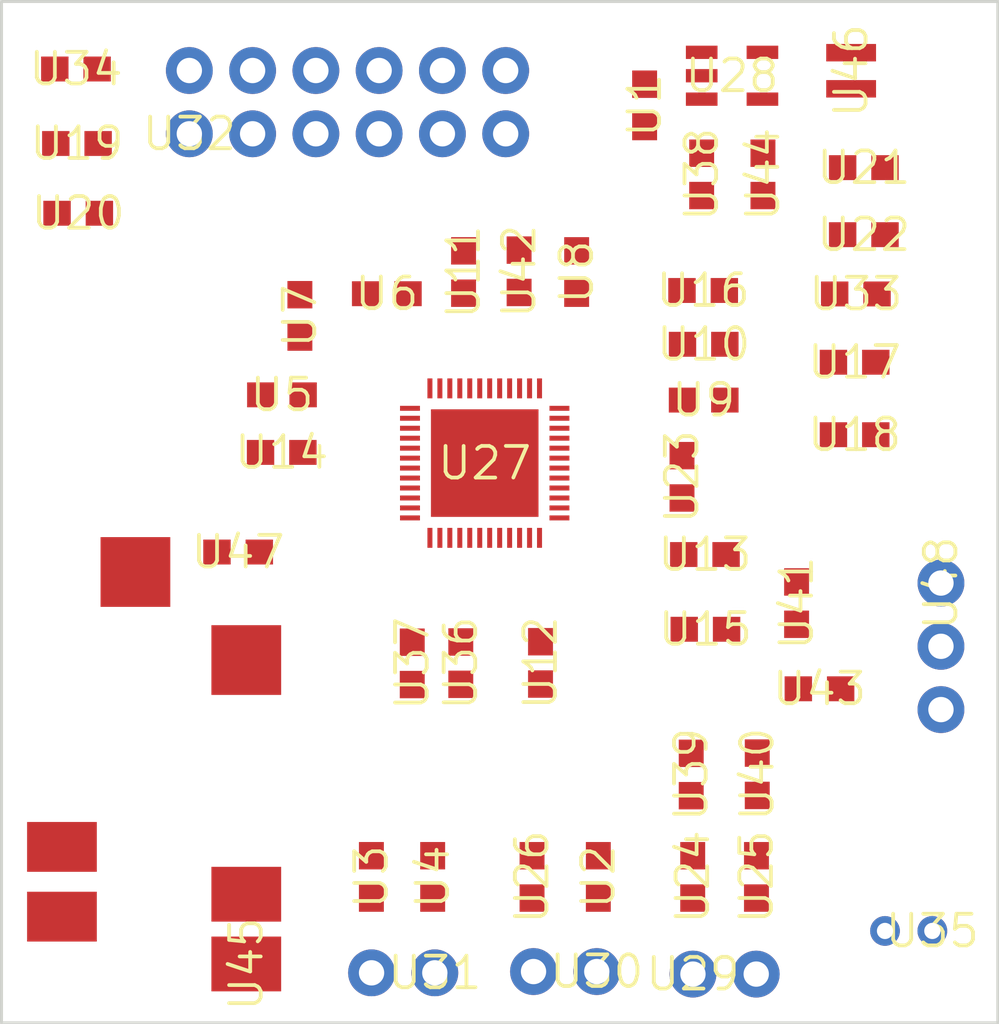
<source format=kicad_pcb>
(kicad_pcb (version 20221018) (generator pcbnew)
  (layers (0 "F.Cu" signal "Top") (31 "B.Cu" signal "Bottom") (34 "B.Paste" user) (35 "F.Paste" user) (36 "B.SilkS" user "B.Silkscreen") (37 "F.SilkS" user "F.Silkscreen") (38 "B.Mask" user) (39 "F.Mask" user) (44 "Edge.Cuts" user))
  (net 0 "")
  (net 1 "GND")
  (net 2 "3.3V")
  (net 3 "5V")
  (net 4 "/SPKVDD")
  (net 5 "/SPOLN")
  (net 6 "Net-(C20-Pad2)")
  (net 7 "/SPORP")
  (net 8 "/SPORN")
  (net 9 "Net-(IC1-Pad42)")
  (net 10 "/XAUDIO_IRQ")
  (net 11 "/XAUDIO_SDA")
  (net 12 "/XADUIO_SCL")
  (net 13 "/XAUDIO_I2S0_MCLK")
  (net 14 "/XADUIO_I2S0_BCLK")
  (net 15 "/XADUIO_I2S0_LRCKL")
  (net 16 "/XAUDIO_I2S0_DIN")
  (net 17 "/XAUDIO_I2S0_DOUT")
  (net 18 "Net-(IC1-Pad33)")
  (net 19 "Net-(IC1-Pad32)")
  (net 20 "Net-(IC1-Pad31)")
  (net 21 "Net-(IC1-Pad30)")
  (net 22 "/3.3VDD")
  (net 23 "Net-(C22-Pad2)")
  (net 24 "Net-(C14-Pad1)")
  (net 25 "Net-(C16-Pad2)")
  (net 26 "Net-(C16-Pad1)")
  (net 27 "Net-(C15-Pad1)")
  (net 28 "Net-(C15-Pad2)")
  (net 29 "/1.8VDD")
  (net 30 "Net-(C2-Pad1)")
  (net 31 "/HPOR")
  (net 32 "/HPOL")
  (net 33 "/CPVREF")
  (net 34 "Net-(C17-Pad2)")
  (net 35 "/LOUTR")
  (net 36 "/LOUTL")
  (net 37 "Net-(C24-Pad2)")
  (net 38 "Net-(C19-Pad2)")
  (net 39 "Net-(C18-Pad2)")
  (net 40 "Net-(C6-Pad2)")
  (net 41 "/IN1P")
  (net 42 "Net-(C21-Pad2)")
  (net 43 "/MICBIAS1")
  (net 44 "/SPOLP")
  (net 45 "/IN2P")
  (net 46 "Net-(U1-Pad6)")
  (net 47 "Net-(R10-Pad2)")
  (net 48 "Net-(C8-Pad2)")
  (net 49 "Net-(C7-Pad2)")
  (net 50 "Net-(J4-Pad9)")
  (net 51 "Net-(C7-Pad1)")
  (net 52 "Net-(C8-Pad1)")
  (net 53 "Net-(IC2-Pad5)")
  (net 54 "Net-(IC2-Pad3)")
  (footprint "audioCodec:0603" (layer "F.Cu") (at 154.3211 88.6736 -90)
    (fp_text reference "U1" (at 0 0 270) (layer "F.SilkS") (effects (font (size 1.27 1.27))))
    (fp_text value "" (at 0 0 270) (layer "F.SilkS") (effects (font (size 1.27 1.27))))
    (pad "1" smd rect (at -0.85 0 270) (size 1.1 1) (layers "F.Cu" "F.Paste" "F.Mask") (net 1 "GND"))
    (pad "2" smd rect (at 0.85 0 270) (size 1.1 1) (layers "F.Cu" "F.Paste" "F.Mask") (net 3 "5V"))
  )
  (footprint "audioCodec:0603" (layer "F.Cu") (at 152.4611 119.6436 90)
    (fp_text reference "U2" (at 0 0 90) (layer "F.SilkS") (effects (font (size 1.27 1.27))))
    (fp_text value "" (at 0 0 90) (layer "F.SilkS") (effects (font (size 1.27 1.27))))
    (pad "1" smd rect (at -0.85 0 90) (size 1.1 1) (layers "F.Cu" "F.Paste" "F.Mask") (net 44 "/SPOLP"))
    (pad "2" smd rect (at 0.85 0 90) (size 1.1 1) (layers "F.Cu" "F.Paste" "F.Mask") (net 1 "GND"))
  )
  (footprint "audioCodec:0603" (layer "F.Cu") (at 143.3511 119.6436 90)
    (fp_text reference "U3" (at 0 0 90) (layer "F.SilkS") (effects (font (size 1.27 1.27))))
    (fp_text value "" (at 0 0 90) (layer "F.SilkS") (effects (font (size 1.27 1.27))))
    (pad "1" smd rect (at -0.85 0 90) (size 1.1 1) (layers "F.Cu" "F.Paste" "F.Mask") (net 8 "/SPORN"))
    (pad "2" smd rect (at 0.85 0 90) (size 1.1 1) (layers "F.Cu" "F.Paste" "F.Mask") (net 1 "GND"))
  )
  (footprint "audioCodec:0603" (layer "F.Cu") (at 145.8111 119.6436 90)
    (fp_text reference "U4" (at 0 0 90) (layer "F.SilkS") (effects (font (size 1.27 1.27))))
    (fp_text value "" (at 0 0 90) (layer "F.SilkS") (effects (font (size 1.27 1.27))))
    (pad "1" smd rect (at -0.85 0 90) (size 1.1 1) (layers "F.Cu" "F.Paste" "F.Mask") (net 7 "/SPORP"))
    (pad "2" smd rect (at 0.85 0 90) (size 1.1 1) (layers "F.Cu" "F.Paste" "F.Mask") (net 1 "GND"))
  )
  (footprint "audioCodec:0603" (layer "F.Cu") (at 139.7611 100.2936 180)
    (fp_text reference "U5" (at 0 0 180) (layer "F.SilkS") (effects (font (size 1.27 1.27))))
    (fp_text value "" (at 0 0 180) (layer "F.SilkS") (effects (font (size 1.27 1.27))))
    (pad "1" smd rect (at -0.85 0 180) (size 1.1 1) (layers "F.Cu" "F.Paste" "F.Mask") (net 24 "Net-(C14-Pad1)"))
    (pad "2" smd rect (at 0.85 0 180) (size 1.1 1) (layers "F.Cu" "F.Paste" "F.Mask") (net 1 "GND"))
  )
  (footprint "audioCodec:0603" (layer "F.Cu") (at 143.9711 96.2336)
    (fp_text reference "U6" (at 0 0) (layer "F.SilkS") (effects (font (size 1.27 1.27))))
    (fp_text value "" (at 0 0) (layer "F.SilkS") (effects (font (size 1.27 1.27))))
    (pad "1" smd rect (at -0.85 0) (size 1.1 1) (layers "F.Cu" "F.Paste" "F.Mask") (net 27 "Net-(C15-Pad1)"))
    (pad "2" smd rect (at 0.85 0) (size 1.1 1) (layers "F.Cu" "F.Paste" "F.Mask") (net 28 "Net-(C15-Pad2)"))
  )
  (footprint "audioCodec:0603" (layer "F.Cu") (at 140.4811 97.1236 -90)
    (fp_text reference "U7" (at 0 0 270) (layer "F.SilkS") (effects (font (size 1.27 1.27))))
    (fp_text value "" (at 0 0 270) (layer "F.SilkS") (effects (font (size 1.27 1.27))))
    (pad "1" smd rect (at -0.85 0 270) (size 1.1 1) (layers "F.Cu" "F.Paste" "F.Mask") (net 26 "Net-(C16-Pad1)"))
    (pad "2" smd rect (at 0.85 0 270) (size 1.1 1) (layers "F.Cu" "F.Paste" "F.Mask") (net 25 "Net-(C16-Pad2)"))
  )
  (footprint "audioCodec:0603" (layer "F.Cu") (at 151.5911 95.3636 -90)
    (fp_text reference "U8" (at 0 0 270) (layer "F.SilkS") (effects (font (size 1.27 1.27))))
    (fp_text value "" (at 0 0 270) (layer "F.SilkS") (effects (font (size 1.27 1.27))))
    (pad "1" smd rect (at -0.85 0 270) (size 1.1 1) (layers "F.Cu" "F.Paste" "F.Mask") (net 1 "GND"))
    (pad "2" smd rect (at 0.85 0 270) (size 1.1 1) (layers "F.Cu" "F.Paste" "F.Mask") (net 34 "Net-(C17-Pad2)"))
  )
  (footprint "audioCodec:0603" (layer "F.Cu") (at 156.6911 100.5036 180)
    (fp_text reference "U9" (at 0 0 180) (layer "F.SilkS") (effects (font (size 1.27 1.27))))
    (fp_text value "" (at 0 0 180) (layer "F.SilkS") (effects (font (size 1.27 1.27))))
    (pad "1" smd rect (at -0.85 0 180) (size 1.1 1) (layers "F.Cu" "F.Paste" "F.Mask") (net 1 "GND"))
    (pad "2" smd rect (at 0.85 0 180) (size 1.1 1) (layers "F.Cu" "F.Paste" "F.Mask") (net 39 "Net-(C18-Pad2)"))
  )
  (footprint "audioCodec:0603" (layer "F.Cu") (at 156.6911 98.2636 180)
    (fp_text reference "U10" (at 0 0 180) (layer "F.SilkS") (effects (font (size 1.27 1.27))))
    (fp_text value "" (at 0 0 180) (layer "F.SilkS") (effects (font (size 1.27 1.27))))
    (pad "1" smd rect (at -0.85 0 180) (size 1.1 1) (layers "F.Cu" "F.Paste" "F.Mask") (net 1 "GND"))
    (pad "2" smd rect (at 0.85 0 180) (size 1.1 1) (layers "F.Cu" "F.Paste" "F.Mask") (net 38 "Net-(C19-Pad2)"))
  )
  (footprint "audioCodec:0603" (layer "F.Cu") (at 147.0511 95.3636 90)
    (fp_text reference "U11" (at 0 0 90) (layer "F.SilkS") (effects (font (size 1.27 1.27))))
    (fp_text value "" (at 0 0 90) (layer "F.SilkS") (effects (font (size 1.27 1.27))))
    (pad "1" smd rect (at -0.85 0 90) (size 1.1 1) (layers "F.Cu" "F.Paste" "F.Mask") (net 30 "Net-(C2-Pad1)"))
    (pad "2" smd rect (at 0.85 0 90) (size 1.1 1) (layers "F.Cu" "F.Paste" "F.Mask") (net 1 "GND"))
  )
  (footprint "audioCodec:0603" (layer "F.Cu") (at 150.1411 111.0536 90)
    (fp_text reference "U12" (at 0 0 90) (layer "F.SilkS") (effects (font (size 1.27 1.27))))
    (fp_text value "" (at 0 0 90) (layer "F.SilkS") (effects (font (size 1.27 1.27))))
    (pad "1" smd rect (at -0.85 0 90) (size 1.1 1) (layers "F.Cu" "F.Paste" "F.Mask") (net 1 "GND"))
    (pad "2" smd rect (at 0.85 0 90) (size 1.1 1) (layers "F.Cu" "F.Paste" "F.Mask") (net 6 "Net-(C20-Pad2)"))
  )
  (footprint "audioCodec:0603" (layer "F.Cu") (at 156.7411 106.7036 180)
    (fp_text reference "U13" (at 0 0 180) (layer "F.SilkS") (effects (font (size 1.27 1.27))))
    (fp_text value "" (at 0 0 180) (layer "F.SilkS") (effects (font (size 1.27 1.27))))
    (pad "1" smd rect (at -0.85 0 180) (size 1.1 1) (layers "F.Cu" "F.Paste" "F.Mask") (net 1 "GND"))
    (pad "2" smd rect (at 0.85 0 180) (size 1.1 1) (layers "F.Cu" "F.Paste" "F.Mask") (net 42 "Net-(C21-Pad2)"))
  )
  (footprint "audioCodec:0603" (layer "F.Cu") (at 139.7511 102.6036)
    (fp_text reference "U14" (at 0 0) (layer "F.SilkS") (effects (font (size 1.27 1.27))))
    (fp_text value "" (at 0 0) (layer "F.SilkS") (effects (font (size 1.27 1.27))))
    (pad "1" smd rect (at -0.85 0) (size 1.1 1) (layers "F.Cu" "F.Paste" "F.Mask") (net 1 "GND"))
    (pad "2" smd rect (at 0.85 0) (size 1.1 1) (layers "F.Cu" "F.Paste" "F.Mask") (net 23 "Net-(C22-Pad2)"))
  )
  (footprint "audioCodec:0603" (layer "F.Cu") (at 156.7611 109.7036 180)
    (fp_text reference "U15" (at 0 0 180) (layer "F.SilkS") (effects (font (size 1.27 1.27))))
    (fp_text value "" (at 0 0 180) (layer "F.SilkS") (effects (font (size 1.27 1.27))))
    (pad "1" smd rect (at -0.85 0 180) (size 1.1 1) (layers "F.Cu" "F.Paste" "F.Mask") (net 1 "GND"))
    (pad "2" smd rect (at 0.85 0 180) (size 1.1 1) (layers "F.Cu" "F.Paste" "F.Mask") (net 43 "/MICBIAS1"))
  )
  (footprint "audioCodec:0603" (layer "F.Cu") (at 156.6711 96.1036 180)
    (fp_text reference "U16" (at 0 0 180) (layer "F.SilkS") (effects (font (size 1.27 1.27))))
    (fp_text value "" (at 0 0 180) (layer "F.SilkS") (effects (font (size 1.27 1.27))))
    (pad "1" smd rect (at -0.85 0 180) (size 1.1 1) (layers "F.Cu" "F.Paste" "F.Mask") (net 45 "/IN2P"))
    (pad "2" smd rect (at 0.85 0 180) (size 1.1 1) (layers "F.Cu" "F.Paste" "F.Mask") (net 37 "Net-(C24-Pad2)"))
  )
  (footprint "audioCodec:0603" (layer "F.Cu") (at 162.7511 98.9836 180)
    (fp_text reference "U17" (at 0 0 180) (layer "F.SilkS") (effects (font (size 1.27 1.27))))
    (fp_text value "" (at 0 0 180) (layer "F.SilkS") (effects (font (size 1.27 1.27))))
    (pad "1" smd rect (at -0.85 0 180) (size 1.1 1) (layers "F.Cu" "F.Paste" "F.Mask") (net 4 "/SPKVDD"))
    (pad "2" smd rect (at 0.85 0 180) (size 1.1 1) (layers "F.Cu" "F.Paste" "F.Mask") (net 1 "GND"))
  )
  (footprint "audioCodec:0603" (layer "F.Cu") (at 162.7511 101.8936 180)
    (fp_text reference "U18" (at 0 0 180) (layer "F.SilkS") (effects (font (size 1.27 1.27))))
    (fp_text value "" (at 0 0 180) (layer "F.SilkS") (effects (font (size 1.27 1.27))))
    (pad "1" smd rect (at -0.85 0 180) (size 1.1 1) (layers "F.Cu" "F.Paste" "F.Mask") (net 4 "/SPKVDD"))
    (pad "2" smd rect (at 0.85 0 180) (size 1.1 1) (layers "F.Cu" "F.Paste" "F.Mask") (net 1 "GND"))
  )
  (footprint "audioCodec:0603" (layer "F.Cu") (at 131.5311 90.2036)
    (fp_text reference "U19" (at 0 0) (layer "F.SilkS") (effects (font (size 1.27 1.27))))
    (fp_text value "" (at 0 0) (layer "F.SilkS") (effects (font (size 1.27 1.27))))
    (pad "1" smd rect (at -0.85 0) (size 1.1 1) (layers "F.Cu" "F.Paste" "F.Mask") (net 22 "/3.3VDD"))
    (pad "2" smd rect (at 0.85 0) (size 1.1 1) (layers "F.Cu" "F.Paste" "F.Mask") (net 1 "GND"))
  )
  (footprint "audioCodec:0603" (layer "F.Cu") (at 131.5811 93.0036)
    (fp_text reference "U20" (at 0 0) (layer "F.SilkS") (effects (font (size 1.27 1.27))))
    (fp_text value "" (at 0 0) (layer "F.SilkS") (effects (font (size 1.27 1.27))))
    (pad "1" smd rect (at -0.85 0) (size 1.1 1) (layers "F.Cu" "F.Paste" "F.Mask") (net 22 "/3.3VDD"))
    (pad "2" smd rect (at 0.85 0) (size 1.1 1) (layers "F.Cu" "F.Paste" "F.Mask") (net 1 "GND"))
  )
  (footprint "audioCodec:0603" (layer "F.Cu") (at 163.1211 91.1736)
    (fp_text reference "U21" (at 0 0) (layer "F.SilkS") (effects (font (size 1.27 1.27))))
    (fp_text value "" (at 0 0) (layer "F.SilkS") (effects (font (size 1.27 1.27))))
    (pad "1" smd rect (at -0.85 0) (size 1.1 1) (layers "F.Cu" "F.Paste" "F.Mask") (net 29 "/1.8VDD"))
    (pad "2" smd rect (at 0.85 0) (size 1.1 1) (layers "F.Cu" "F.Paste" "F.Mask") (net 1 "GND"))
  )
  (footprint "audioCodec:0603" (layer "F.Cu") (at 163.1211 93.8636)
    (fp_text reference "U22" (at 0 0) (layer "F.SilkS") (effects (font (size 1.27 1.27))))
    (fp_text value "" (at 0 0) (layer "F.SilkS") (effects (font (size 1.27 1.27))))
    (pad "1" smd rect (at -0.85 0) (size 1.1 1) (layers "F.Cu" "F.Paste" "F.Mask") (net 29 "/1.8VDD"))
    (pad "2" smd rect (at 0.85 0) (size 1.1 1) (layers "F.Cu" "F.Paste" "F.Mask") (net 1 "GND"))
  )
  (footprint "audioCodec:0603" (layer "F.Cu") (at 155.8211 103.5836 90)
    (fp_text reference "U23" (at 0 0 90) (layer "F.SilkS") (effects (font (size 1.27 1.27))))
    (fp_text value "" (at 0 0 90) (layer "F.SilkS") (effects (font (size 1.27 1.27))))
    (pad "1" smd rect (at -0.85 0 90) (size 1.1 1) (layers "F.Cu" "F.Paste" "F.Mask") (net 41 "/IN1P"))
    (pad "2" smd rect (at 0.85 0 90) (size 1.1 1) (layers "F.Cu" "F.Paste" "F.Mask") (net 40 "Net-(C6-Pad2)"))
  )
  (footprint "audioCodec:0603" (layer "F.Cu") (at 156.2511 119.6436 -90)
    (fp_text reference "U24" (at 0 0 270) (layer "F.SilkS") (effects (font (size 1.27 1.27))))
    (fp_text value "" (at 0 0 270) (layer "F.SilkS") (effects (font (size 1.27 1.27))))
    (pad "1" smd rect (at -0.85 0 270) (size 1.1 1) (layers "F.Cu" "F.Paste" "F.Mask") (net 51 "Net-(C7-Pad1)"))
    (pad "2" smd rect (at 0.85 0 270) (size 1.1 1) (layers "F.Cu" "F.Paste" "F.Mask") (net 49 "Net-(C7-Pad2)"))
  )
  (footprint "audioCodec:0603" (layer "F.Cu") (at 158.8111 119.6436 -90)
    (fp_text reference "U25" (at 0 0 270) (layer "F.SilkS") (effects (font (size 1.27 1.27))))
    (fp_text value "" (at 0 0 270) (layer "F.SilkS") (effects (font (size 1.27 1.27))))
    (pad "1" smd rect (at -0.85 0 270) (size 1.1 1) (layers "F.Cu" "F.Paste" "F.Mask") (net 52 "Net-(C8-Pad1)"))
    (pad "2" smd rect (at 0.85 0 270) (size 1.1 1) (layers "F.Cu" "F.Paste" "F.Mask") (net 48 "Net-(C8-Pad2)"))
  )
  (footprint "audioCodec:0603" (layer "F.Cu") (at 149.8011 119.6436 90)
    (fp_text reference "U26" (at 0 0 90) (layer "F.SilkS") (effects (font (size 1.27 1.27))))
    (fp_text value "" (at 0 0 90) (layer "F.SilkS") (effects (font (size 1.27 1.27))))
    (pad "1" smd rect (at -0.85 0 90) (size 1.1 1) (layers "F.Cu" "F.Paste" "F.Mask") (net 5 "/SPOLN"))
    (pad "2" smd rect (at 0.85 0 90) (size 1.1 1) (layers "F.Cu" "F.Paste" "F.Mask") (net 1 "GND"))
  )
  (footprint "audioCodec:QFN50P700X700X100-49N" (layer "F.Cu") (at 147.9011 103.0336 180)
    (fp_text reference "U27" (at 0 0 180) (layer "F.SilkS") (effects (font (size 1.27 1.27))))
    (fp_text value "" (at 0 0 180) (layer "F.SilkS") (effects (font (size 1.27 1.27))))
    (pad "1" smd rect (at -3 -2.2 180) (size 0.8 0.2) (layers "F.Cu" "F.Paste" "F.Mask") (net 44 "/SPOLP"))
    (pad "2" smd rect (at -3 -1.8 180) (size 0.8 0.2) (layers "F.Cu" "F.Paste" "F.Mask") (net 43 "/MICBIAS1"))
    (pad "3" smd rect (at -3 -1.4 180) (size 0.8 0.2) (layers "F.Cu" "F.Paste" "F.Mask") (net 42 "Net-(C21-Pad2)"))
    (pad "4" smd rect (at -3 -1 180) (size 0.8 0.2) (layers "F.Cu" "F.Paste" "F.Mask") (net 41 "/IN1P"))
    (pad "5" smd rect (at -3 -0.6 180) (size 0.8 0.2) (layers "F.Cu" "F.Paste" "F.Mask") (net 1 "GND"))
    (pad "6" smd rect (at -3 -0.2 180) (size 0.8 0.2) (layers "F.Cu" "F.Paste" "F.Mask") (net 40 "Net-(C6-Pad2)"))
    (pad "7" smd rect (at -3 0.2 180) (size 0.8 0.2) (layers "F.Cu" "F.Paste" "F.Mask") (net 29 "/1.8VDD"))
    (pad "8" smd rect (at -3 0.6 180) (size 0.8 0.2) (layers "F.Cu" "F.Paste" "F.Mask") (net 39 "Net-(C18-Pad2)"))
    (pad "9" smd rect (at -3 1 180) (size 0.8 0.2) (layers "F.Cu" "F.Paste" "F.Mask") (net 38 "Net-(C19-Pad2)"))
    (pad "10" smd rect (at -3 1.4 180) (size 0.8 0.2) (layers "F.Cu" "F.Paste" "F.Mask") (net 37 "Net-(C24-Pad2)"))
    (pad "11" smd rect (at -3 1.8 180) (size 0.8 0.2) (layers "F.Cu" "F.Paste" "F.Mask") (net 36 "/LOUTL"))
    (pad "12" smd rect (at -3 2.2 180) (size 0.8 0.2) (layers "F.Cu" "F.Paste" "F.Mask") (net 35 "/LOUTR"))
    (pad "13" smd rect (at -2.2 3 270) (size 0.8 0.2) (layers "F.Cu" "F.Paste" "F.Mask") (net 29 "/1.8VDD"))
    (pad "14" smd rect (at -1.8 3 270) (size 0.8 0.2) (layers "F.Cu" "F.Paste" "F.Mask") (net 34 "Net-(C17-Pad2)"))
    (pad "15" smd rect (at -1.4 3 270) (size 0.8 0.2) (layers "F.Cu" "F.Paste" "F.Mask") (net 1 "GND"))
    (pad "16" smd rect (at -1 3 270) (size 0.8 0.2) (layers "F.Cu" "F.Paste" "F.Mask") (net 1 "GND"))
    (pad "17" smd rect (at -0.6 3 270) (size 0.8 0.2) (layers "F.Cu" "F.Paste" "F.Mask") (net 33 "/CPVREF"))
    (pad "18" smd rect (at -0.2 3 270) (size 0.8 0.2) (layers "F.Cu" "F.Paste" "F.Mask") (net 32 "/HPOL"))
    (pad "19" smd rect (at 0.2 3 270) (size 0.8 0.2) (layers "F.Cu" "F.Paste" "F.Mask") (net 31 "/HPOR"))
    (pad "20" smd rect (at 0.6 3 270) (size 0.8 0.2) (layers "F.Cu" "F.Paste" "F.Mask") (net 30 "Net-(C2-Pad1)"))
    (pad "21" smd rect (at 1 3 270) (size 0.8 0.2) (layers "F.Cu" "F.Paste" "F.Mask") (net 29 "/1.8VDD"))
    (pad "22" smd rect (at 1.4 3 270) (size 0.8 0.2) (layers "F.Cu" "F.Paste" "F.Mask") (net 1 "GND"))
    (pad "23" smd rect (at 1.8 3 270) (size 0.8 0.2) (layers "F.Cu" "F.Paste" "F.Mask") (net 28 "Net-(C15-Pad2)"))
    (pad "24" smd rect (at 2.2 3 270) (size 0.8 0.2) (layers "F.Cu" "F.Paste" "F.Mask") (net 27 "Net-(C15-Pad1)"))
    (pad "25" smd rect (at 3 2.2 180) (size 0.8 0.2) (layers "F.Cu" "F.Paste" "F.Mask") (net 26 "Net-(C16-Pad1)"))
    (pad "26" smd rect (at 3 1.8 180) (size 0.8 0.2) (layers "F.Cu" "F.Paste" "F.Mask") (net 25 "Net-(C16-Pad2)"))
    (pad "27" smd rect (at 3 1.4 180) (size 0.8 0.2) (layers "F.Cu" "F.Paste" "F.Mask") (net 24 "Net-(C14-Pad1)"))
    (pad "28" smd rect (at 3 1 180) (size 0.8 0.2) (layers "F.Cu" "F.Paste" "F.Mask") (net 23 "Net-(C22-Pad2)"))
    (pad "29" smd rect (at 3 0.6 180) (size 0.8 0.2) (layers "F.Cu" "F.Paste" "F.Mask") (net 22 "/3.3VDD"))
    (pad "30" smd rect (at 3 0.2 180) (size 0.8 0.2) (layers "F.Cu" "F.Paste" "F.Mask") (net 21 "Net-(IC1-Pad30)"))
    (pad "31" smd rect (at 3 -0.2 180) (size 0.8 0.2) (layers "F.Cu" "F.Paste" "F.Mask") (net 20 "Net-(IC1-Pad31)"))
    (pad "32" smd rect (at 3 -0.6 180) (size 0.8 0.2) (layers "F.Cu" "F.Paste" "F.Mask") (net 19 "Net-(IC1-Pad32)"))
    (pad "33" smd rect (at 3 -1 180) (size 0.8 0.2) (layers "F.Cu" "F.Paste" "F.Mask") (net 18 "Net-(IC1-Pad33)"))
    (pad "34" smd rect (at 3 -1.4 180) (size 0.8 0.2) (layers "F.Cu" "F.Paste" "F.Mask") (net 17 "/XAUDIO_I2S0_DOUT"))
    (pad "35" smd rect (at 3 -1.8 180) (size 0.8 0.2) (layers "F.Cu" "F.Paste" "F.Mask") (net 16 "/XAUDIO_I2S0_DIN"))
    (pad "36" smd rect (at 3 -2.2 180) (size 0.8 0.2) (layers "F.Cu" "F.Paste" "F.Mask") (net 15 "/XADUIO_I2S0_LRCKL"))
    (pad "37" smd rect (at 2.2 -3 270) (size 0.8 0.2) (layers "F.Cu" "F.Paste" "F.Mask") (net 14 "/XADUIO_I2S0_BCLK"))
    (pad "38" smd rect (at 1.8 -3 270) (size 0.8 0.2) (layers "F.Cu" "F.Paste" "F.Mask") (net 13 "/XAUDIO_I2S0_MCLK"))
    (pad "39" smd rect (at 1.4 -3 270) (size 0.8 0.2) (layers "F.Cu" "F.Paste" "F.Mask") (net 12 "/XADUIO_SCL"))
    (pad "40" smd rect (at 1 -3 270) (size 0.8 0.2) (layers "F.Cu" "F.Paste" "F.Mask") (net 11 "/XAUDIO_SDA"))
    (pad "41" smd rect (at 0.6 -3 270) (size 0.8 0.2) (layers "F.Cu" "F.Paste" "F.Mask") (net 10 "/XAUDIO_IRQ"))
    (pad "42" smd rect (at 0.2 -3 270) (size 0.8 0.2) (layers "F.Cu" "F.Paste" "F.Mask") (net 9 "Net-(IC1-Pad42)"))
    (pad "43" smd rect (at -0.2 -3 270) (size 0.8 0.2) (layers "F.Cu" "F.Paste" "F.Mask") (net 8 "/SPORN"))
    (pad "44" smd rect (at -0.6 -3 270) (size 0.8 0.2) (layers "F.Cu" "F.Paste" "F.Mask") (net 4 "/SPKVDD"))
    (pad "45" smd rect (at -1 -3 270) (size 0.8 0.2) (layers "F.Cu" "F.Paste" "F.Mask") (net 7 "/SPORP"))
    (pad "46" smd rect (at -1.4 -3 270) (size 0.8 0.2) (layers "F.Cu" "F.Paste" "F.Mask") (net 6 "Net-(C20-Pad2)"))
    (pad "47" smd rect (at -1.8 -3 270) (size 0.8 0.2) (layers "F.Cu" "F.Paste" "F.Mask") (net 5 "/SPOLN"))
    (pad "48" smd rect (at -2.2 -3 270) (size 0.8 0.2) (layers "F.Cu" "F.Paste" "F.Mask") (net 4 "/SPKVDD"))
    (pad "49" smd rect (at 0 0 270) (size 4.318 4.318) (layers "F.Cu" "F.Paste" "F.Mask") (net 1 "GND"))
  )
  (footprint "audioCodec:SOT95P284X122-5N" (layer "F.Cu") (at 157.8311 87.4836)
    (fp_text reference "U28" (at 0 0) (layer "F.SilkS") (effects (font (size 1.27 1.27))))
    (fp_text value "" (at 0 0) (layer "F.SilkS") (effects (font (size 1.27 1.27))))
    (pad "1" smd rect (at -1.2192 -0.9398) (size 1.27 0.5334) (layers "F.Cu" "F.Paste" "F.Mask") (net 3 "5V"))
    (pad "2" smd rect (at -1.2192 0) (size 1.27 0.5334) (layers "F.Cu" "F.Paste" "F.Mask") (net 1 "GND"))
    (pad "3" smd rect (at -1.2192 0.9398) (size 1.27 0.5334) (layers "F.Cu" "F.Paste" "F.Mask") (net 54 "Net-(IC2-Pad3)"))
    (pad "4" smd rect (at 1.2192 0.9398) (size 1.27 0.5334) (layers "F.Cu" "F.Paste" "F.Mask") (net 29 "/1.8VDD"))
    (pad "5" smd rect (at 1.2192 -0.9398) (size 1.27 0.5334) (layers "F.Cu" "F.Paste" "F.Mask") (net 53 "Net-(IC2-Pad5)"))
  )
  (footprint "audioCodec:1X02" (layer "F.Cu") (at 157.5308 123.5456)
    (fp_text reference "U29" (at -1.27 0) (layer "F.SilkS") (effects (font (size 1.27 1.27))))
    (fp_text value "" (at -1.27 0) (layer "F.SilkS") (effects (font (size 1.27 1.27))))
    (pad "1" thru_hole circle locked (at -1.27 0 90) (size 1.8796 1.8796) (drill 1.016) (layers *.Cu *.Mask) (net 49 "Net-(C7-Pad2)"))
    (pad "2" thru_hole circle locked (at 1.27 0 90) (size 1.8796 1.8796) (drill 1.016) (layers *.Cu *.Mask) (net 48 "Net-(C8-Pad2)"))
  )
  (footprint "audioCodec:1X02" (layer "F.Cu") (at 151.13 123.444 180)
    (fp_text reference "U30" (at -1.27 0 180) (layer "F.SilkS") (effects (font (size 1.27 1.27))))
    (fp_text value "" (at -1.27 0 180) (layer "F.SilkS") (effects (font (size 1.27 1.27))))
    (pad "1" thru_hole circle locked (at -1.27 0 270) (size 1.8796 1.8796) (drill 1.016) (layers *.Cu *.Mask) (net 44 "/SPOLP"))
    (pad "2" thru_hole circle locked (at 1.27 0 270) (size 1.8796 1.8796) (drill 1.016) (layers *.Cu *.Mask) (net 5 "/SPOLN"))
  )
  (footprint "audioCodec:1X02" (layer "F.Cu") (at 144.6276 123.4948 180)
    (fp_text reference "U31" (at -1.27 0 180) (layer "F.SilkS") (effects (font (size 1.27 1.27))))
    (fp_text value "" (at -1.27 0 180) (layer "F.SilkS") (effects (font (size 1.27 1.27))))
    (pad "1" thru_hole circle locked (at -1.27 0 270) (size 1.8796 1.8796) (drill 1.016) (layers *.Cu *.Mask) (net 7 "/SPORP"))
    (pad "2" thru_hole circle locked (at 1.27 0 270) (size 1.8796 1.8796) (drill 1.016) (layers *.Cu *.Mask) (net 8 "/SPORN"))
  )
  (footprint "audioCodec:2X6" (layer "F.Cu") (at 142.3924 88.5444)
    (fp_text reference "U32" (at -6.35 1.27) (layer "F.SilkS") (effects (font (size 1.27 1.27))))
    (fp_text value "" (at -6.35 1.27) (layer "F.SilkS") (effects (font (size 1.27 1.27))))
    (pad "1" thru_hole circle locked (at -6.35 1.27) (size 1.8796 1.8796) (drill 1.016) (layers *.Cu *.Mask) (net 15 "/XADUIO_I2S0_LRCKL"))
    (pad "2" thru_hole circle locked (at -6.35 -1.27) (size 1.8796 1.8796) (drill 1.016) (layers *.Cu *.Mask) (net 2 "3.3V"))
    (pad "3" thru_hole circle locked (at -3.81 1.27) (size 1.8796 1.8796) (drill 1.016) (layers *.Cu *.Mask) (net 17 "/XAUDIO_I2S0_DOUT"))
    (pad "4" thru_hole circle locked (at -3.81 -1.27) (size 1.8796 1.8796) (drill 1.016) (layers *.Cu *.Mask) (net 16 "/XAUDIO_I2S0_DIN"))
    (pad "5" thru_hole circle locked (at -1.27 1.27) (size 1.8796 1.8796) (drill 1.016) (layers *.Cu *.Mask) (net 14 "/XADUIO_I2S0_BCLK"))
    (pad "6" thru_hole circle locked (at -1.27 -1.27) (size 1.8796 1.8796) (drill 1.016) (layers *.Cu *.Mask) (net 13 "/XAUDIO_I2S0_MCLK"))
    (pad "7" thru_hole circle locked (at 1.27 1.27) (size 1.8796 1.8796) (drill 1.016) (layers *.Cu *.Mask) (net 12 "/XADUIO_SCL"))
    (pad "8" thru_hole circle locked (at 1.27 -1.27) (size 1.8796 1.8796) (drill 1.016) (layers *.Cu *.Mask) (net 11 "/XAUDIO_SDA"))
    (pad "9" thru_hole circle locked (at 3.81 1.27) (size 1.8796 1.8796) (drill 1.016) (layers *.Cu *.Mask) (net 50 "Net-(J4-Pad9)"))
    (pad "10" thru_hole circle locked (at 3.81 -1.27) (size 1.8796 1.8796) (drill 1.016) (layers *.Cu *.Mask) (net 10 "/XAUDIO_IRQ"))
    (pad "11" thru_hole circle locked (at 6.35 1.27) (size 1.8796 1.8796) (drill 1.016) (layers *.Cu *.Mask) (net 1 "GND"))
    (pad "12" thru_hole circle locked (at 6.35 -1.27) (size 1.8796 1.8796) (drill 1.016) (layers *.Cu *.Mask) (net 3 "5V"))
  )
  (footprint "audioCodec:0603" (layer "F.Cu") (at 162.8011 96.2436 180)
    (fp_text reference "U33" (at 0 0 180) (layer "F.SilkS") (effects (font (size 1.27 1.27))))
    (fp_text value "" (at 0 0 180) (layer "F.SilkS") (effects (font (size 1.27 1.27))))
    (pad "1" smd rect (at -0.85 0 180) (size 1.1 1) (layers "F.Cu" "F.Paste" "F.Mask") (net 4 "/SPKVDD"))
    (pad "2" smd rect (at 0.85 0 180) (size 1.1 1) (layers "F.Cu" "F.Paste" "F.Mask") (net 3 "5V"))
  )
  (footprint "audioCodec:0603" (layer "F.Cu") (at 131.4911 87.2136)
    (fp_text reference "U34" (at 0 0) (layer "F.SilkS") (effects (font (size 1.27 1.27))))
    (fp_text value "" (at 0 0) (layer "F.SilkS") (effects (font (size 1.27 1.27))))
    (pad "1" smd rect (at -0.85 0) (size 1.1 1) (layers "F.Cu" "F.Paste" "F.Mask") (net 22 "/3.3VDD"))
    (pad "2" smd rect (at 0.85 0) (size 1.1 1) (layers "F.Cu" "F.Paste" "F.Mask") (net 2 "3.3V"))
  )
  (footprint "audioCodec:CMC-2242PBL-A" (layer "F.Cu") (at 165.8711 121.8136 180)
    (fp_text reference "U35" (at 0 0 180) (layer "F.SilkS") (effects (font (size 1.27 1.27))))
    (fp_text value "" (at 0 0 180) (layer "F.SilkS") (effects (font (size 1.27 1.27))))
    (pad "1" thru_hole circle locked (at 0 0 180) (size 1.192 1.192) (drill 0.65) (layers *.Cu *.Mask) (net 1 "GND"))
    (pad "2" thru_hole circle locked (at 1.9 0 180) (size 1.192 1.192) (drill 0.65) (layers *.Cu *.Mask) (net 45 "/IN2P"))
  )
  (footprint "audioCodec:0603" (layer "F.Cu") (at 146.9411 111.0636 90)
    (fp_text reference "U36" (at 0 0 90) (layer "F.SilkS") (effects (font (size 1.27 1.27))))
    (fp_text value "" (at 0 0 90) (layer "F.SilkS") (effects (font (size 1.27 1.27))))
    (pad "1" smd rect (at -0.85 0 90) (size 1.1 1) (layers "F.Cu" "F.Paste" "F.Mask") (net 22 "/3.3VDD"))
    (pad "2" smd rect (at 0.85 0 90) (size 1.1 1) (layers "F.Cu" "F.Paste" "F.Mask") (net 11 "/XAUDIO_SDA"))
  )
  (footprint "audioCodec:0603" (layer "F.Cu") (at 144.9911 111.0736 90)
    (fp_text reference "U37" (at 0 0 90) (layer "F.SilkS") (effects (font (size 1.27 1.27))))
    (fp_text value "" (at 0 0 90) (layer "F.SilkS") (effects (font (size 1.27 1.27))))
    (pad "1" smd rect (at -0.85 0 90) (size 1.1 1) (layers "F.Cu" "F.Paste" "F.Mask") (net 22 "/3.3VDD"))
    (pad "2" smd rect (at 0.85 0 90) (size 1.1 1) (layers "F.Cu" "F.Paste" "F.Mask") (net 12 "/XADUIO_SCL"))
  )
  (footprint "audioCodec:0603" (layer "F.Cu") (at 156.6111 91.4436 90)
    (fp_text reference "U38" (at 0 0 90) (layer "F.SilkS") (effects (font (size 1.27 1.27))))
    (fp_text value "" (at 0 0 90) (layer "F.SilkS") (effects (font (size 1.27 1.27))))
    (pad "1" smd rect (at -0.85 0 90) (size 1.1 1) (layers "F.Cu" "F.Paste" "F.Mask") (net 3 "5V"))
    (pad "2" smd rect (at 0.85 0 90) (size 1.1 1) (layers "F.Cu" "F.Paste" "F.Mask") (net 54 "Net-(IC2-Pad3)"))
  )
  (footprint "audioCodec:0603" (layer "F.Cu") (at 156.1911 115.5336 -90)
    (fp_text reference "U39" (at 0 0 270) (layer "F.SilkS") (effects (font (size 1.27 1.27))))
    (fp_text value "" (at 0 0 270) (layer "F.SilkS") (effects (font (size 1.27 1.27))))
    (pad "1" smd rect (at -0.85 0 270) (size 1.1 1) (layers "F.Cu" "F.Paste" "F.Mask") (net 36 "/LOUTL"))
    (pad "2" smd rect (at 0.85 0 270) (size 1.1 1) (layers "F.Cu" "F.Paste" "F.Mask") (net 51 "Net-(C7-Pad1)"))
  )
  (footprint "audioCodec:0603" (layer "F.Cu") (at 158.8411 115.5236 -90)
    (fp_text reference "U40" (at 0 0 270) (layer "F.SilkS") (effects (font (size 1.27 1.27))))
    (fp_text value "" (at 0 0 270) (layer "F.SilkS") (effects (font (size 1.27 1.27))))
    (pad "1" smd rect (at -0.85 0 270) (size 1.1 1) (layers "F.Cu" "F.Paste" "F.Mask") (net 35 "/LOUTR"))
    (pad "2" smd rect (at 0.85 0 270) (size 1.1 1) (layers "F.Cu" "F.Paste" "F.Mask") (net 52 "Net-(C8-Pad1)"))
  )
  (footprint "audioCodec:0603" (layer "F.Cu") (at 160.4211 108.6536 90)
    (fp_text reference "U41" (at 0 0 90) (layer "F.SilkS") (effects (font (size 1.27 1.27))))
    (fp_text value "" (at 0 0 90) (layer "F.SilkS") (effects (font (size 1.27 1.27))))
    (pad "1" smd rect (at -0.85 0 90) (size 1.1 1) (layers "F.Cu" "F.Paste" "F.Mask") (net 43 "/MICBIAS1"))
    (pad "2" smd rect (at 0.85 0 90) (size 1.1 1) (layers "F.Cu" "F.Paste" "F.Mask") (net 41 "/IN1P"))
  )
  (footprint "audioCodec:0603" (layer "F.Cu") (at 149.2811 95.3336 90)
    (fp_text reference "U42" (at 0 0 90) (layer "F.SilkS") (effects (font (size 1.27 1.27))))
    (fp_text value "" (at 0 0 90) (layer "F.SilkS") (effects (font (size 1.27 1.27))))
    (pad "1" smd rect (at -0.85 0 90) (size 1.1 1) (layers "F.Cu" "F.Paste" "F.Mask") (net 33 "/CPVREF"))
    (pad "2" smd rect (at 0.85 0 90) (size 1.1 1) (layers "F.Cu" "F.Paste" "F.Mask") (net 1 "GND"))
  )
  (footprint "audioCodec:0603" (layer "F.Cu") (at 161.3411 112.0936)
    (fp_text reference "U43" (at 0 0) (layer "F.SilkS") (effects (font (size 1.27 1.27))))
    (fp_text value "" (at 0 0) (layer "F.SilkS") (effects (font (size 1.27 1.27))))
    (pad "1" smd rect (at -0.85 0) (size 1.1 1) (layers "F.Cu" "F.Paste" "F.Mask") (net 43 "/MICBIAS1"))
    (pad "2" smd rect (at 0.85 0) (size 1.1 1) (layers "F.Cu" "F.Paste" "F.Mask") (net 45 "/IN2P"))
  )
  (footprint "audioCodec:0603" (layer "F.Cu") (at 159.0711 91.4436 90)
    (fp_text reference "U44" (at 0 0 90) (layer "F.SilkS") (effects (font (size 1.27 1.27))))
    (fp_text value "" (at 0 0 90) (layer "F.SilkS") (effects (font (size 1.27 1.27))))
    (pad "1" smd rect (at -0.85 0 90) (size 1.1 1) (layers "F.Cu" "F.Paste" "F.Mask") (net 1 "GND"))
    (pad "2" smd rect (at 0.85 0 90) (size 1.1 1) (layers "F.Cu" "F.Paste" "F.Mask") (net 54 "Net-(IC2-Pad3)"))
  )
  (footprint "audioCodec:SJ-43514-SMT-TR" (layer "F.Cu") (at 134.5184 115.5192 90)
    (fp_text reference "U45" (at -7.62 3.81 90) (layer "F.SilkS") (effects (font (size 1.27 1.27))))
    (fp_text value "" (at -7.62 3.81 90) (layer "F.SilkS") (effects (font (size 1.27 1.27))))
    (pad "" np_thru_hole circle locked (at -3.72 0.11 90) (size 1.7 1.7) (drill 1.7) (layers *.Cu *.Mask))
    (pad "" np_thru_hole circle locked (at 3.28 0.11 90) (size 1.7 1.7) (drill 1.7) (layers *.Cu *.Mask))
    (pad "1" smd rect locked (at -7.62 3.81 180) (size 2.8 2.2) (layers "F.Cu" "F.Paste" "F.Mask") (net 41 "/IN1P"))
    (pad "2" smd rect locked (at 4.58 3.81 90) (size 2.8 2.8) (layers "F.Cu" "F.Paste" "F.Mask") (net 32 "/HPOL"))
    (pad "3" smd rect locked (at -2.92 -3.59 180) (size 2.8 2) (layers "F.Cu" "F.Paste" "F.Mask") (net 31 "/HPOR"))
    (pad "4" smd rect locked (at -4.82 3.81 180) (size 2.8 2.2) (layers "F.Cu" "F.Paste" "F.Mask") (net 1 "GND"))
    (pad "5" smd rect locked (at 8.115 -0.64 90) (size 2.8 2.8) (layers "F.Cu" "F.Paste" "F.Mask") (net 47 "Net-(R10-Pad2)"))
    (pad "6" smd rect locked (at -5.72 -3.59 180) (size 2.8 2) (layers "F.Cu" "F.Paste" "F.Mask") (net 46 "Net-(U1-Pad6)"))
  )
  (footprint "audioCodec:NRH2412T2R2MNGH" (layer "F.Cu") (at 162.6111 87.2836 -90)
    (fp_text reference "U46" (at 0 0 270) (layer "F.SilkS") (effects (font (size 1.27 1.27))))
    (fp_text value "" (at 0 0 270) (layer "F.SilkS") (effects (font (size 1.27 1.27))))
    (pad "1" smd rect (at -0.725 0) (size 2 0.7) (layers "F.Cu" "F.Paste" "F.Mask") (net 53 "Net-(IC2-Pad5)"))
    (pad "2" smd rect (at 0.725 0) (size 2 0.7) (layers "F.Cu" "F.Paste" "F.Mask") (net 29 "/1.8VDD"))
  )
  (footprint "audioCodec:0603" (layer "F.Cu") (at 138.0011 106.6036 180)
    (fp_text reference "U47" (at 0 0 180) (layer "F.SilkS") (effects (font (size 1.27 1.27))))
    (fp_text value "" (at 0 0 180) (layer "F.SilkS") (effects (font (size 1.27 1.27))))
    (pad "1" smd rect (at -0.85 0 180) (size 1.1 1) (layers "F.Cu" "F.Paste" "F.Mask") (net 32 "/HPOL"))
    (pad "2" smd rect (at 0.85 0 180) (size 1.1 1) (layers "F.Cu" "F.Paste" "F.Mask") (net 47 "Net-(R10-Pad2)"))
  )
  (footprint "audioCodec:1X03" (layer "F.Cu") (at 166.2176 110.3884 -90)
    (fp_text reference "U48" (at -2.54 0 270) (layer "F.SilkS") (effects (font (size 1.27 1.27))))
    (fp_text value "" (at -2.54 0 270) (layer "F.SilkS") (effects (font (size 1.27 1.27))))
    (pad "1" thru_hole circle locked (at -2.54 0) (size 1.8796 1.8796) (drill 1.016) (layers *.Cu *.Mask) (net 22 "/3.3VDD"))
    (pad "2" thru_hole circle locked (at 0 0) (size 1.8796 1.8796) (drill 1.016) (layers *.Cu *.Mask) (net 1 "GND"))
    (pad "3" thru_hole circle locked (at 2.54 0) (size 1.8796 1.8796) (drill 1.016) (layers *.Cu *.Mask) (net 45 "/IN2P"))
  )
  (gr_line (start 128.5011 125.5036) (end 168.5011 125.5036) (layer "Edge.Cuts") (width 0.12))
  (gr_line (start 128.5011 84.5036) (end 128.5011 125.5036) (layer "Edge.Cuts") (width 0.12))
  (gr_line (start 168.5011 125.5036) (end 168.5011 84.5036) (layer "Edge.Cuts") (width 0.12))
  (gr_line (start 168.5011 84.5036) (end 128.5011 84.5036) (layer "Edge.Cuts") (width 0.12))
)
</source>
